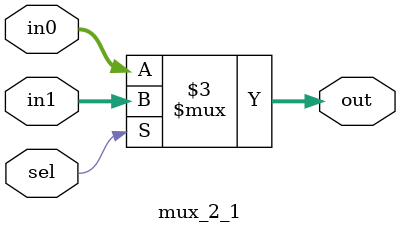
<source format=v>
`timescale 1ns / 1ps


module mux_2_1(in0, in1, sel, out);

    input [3:0] in0, in1;
    input sel;
    output reg [3:0] out;
    
    always @(*)
    begin
        if(sel)
        begin
            out = in1;
        end
        else
        begin
            out = in0;
        end
    end
    
endmodule

</source>
